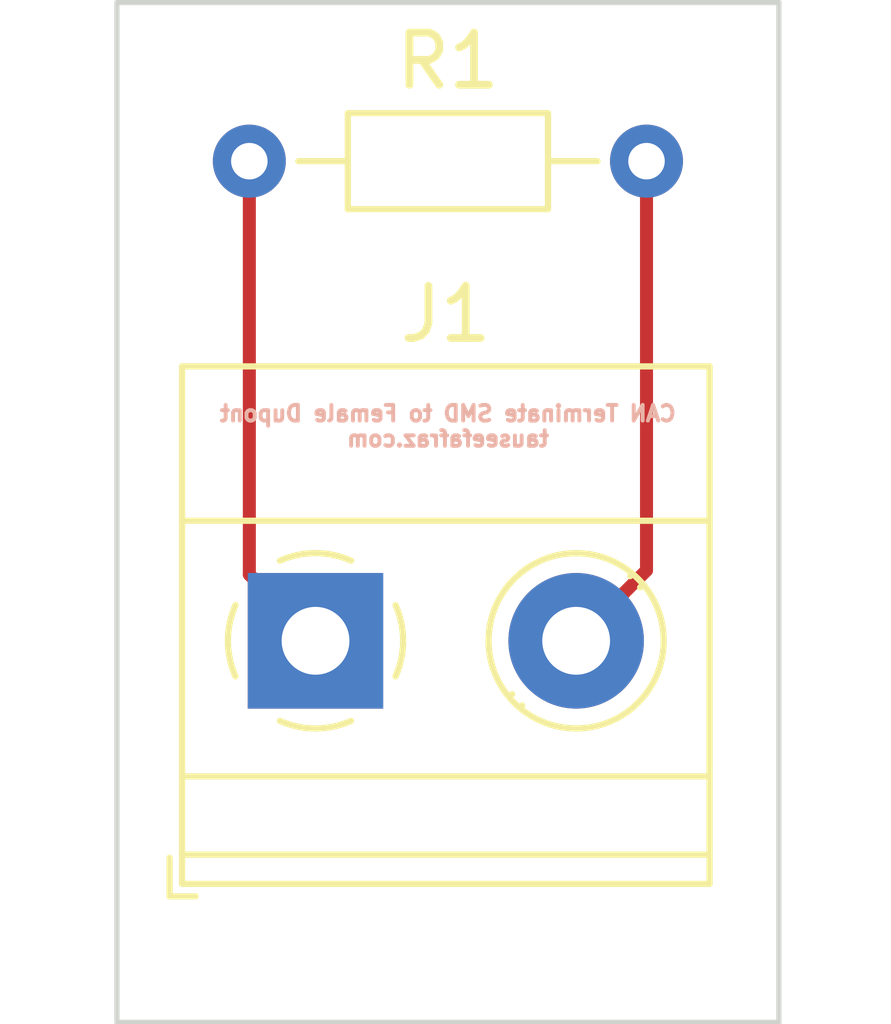
<source format=kicad_pcb>
(kicad_pcb (version 20221018) (generator pcbnew)
  (layers (0 "F.Cu" signal) (31 "B.Cu" signal) (34 "B.Paste" user) (35 "F.Paste" user) (36 "B.SilkS" user "B.Silkscreen") (37 "F.SilkS" user "F.Silkscreen") (38 "B.Mask" user) (39 "F.Mask" user) (44 "Edge.Cuts" user))
  (net 0 "")
  (net 1 "Net-(J1-Pin_1)")
  (net 2 "Net-(J1-Pin_2)")
  (footprint "Resistor_THT:R_Axial_DIN0204_L3.6mm_D1.6mm_P7.62mm_Horizontal" (layer "F.Cu") (at 125.73 82.55)
    (fp_text reference "R1" (at 3.81 -1.92) (layer "F.SilkS"))
    (fp_text value "R")
    (fp_line (start 0.94 0) (end 1.89 0) (stroke (width 0.12)) (layer "F.SilkS"))
    (fp_line (start 1.89 -0.92) (end 1.89 0.92) (stroke (width 0.12)) (layer "F.SilkS"))
    (fp_line (start 1.89 0.92) (end 5.73 0.92) (stroke (width 0.12)) (layer "F.SilkS"))
    (fp_line (start 5.73 -0.92) (end 1.89 -0.92) (stroke (width 0.12)) (layer "F.SilkS"))
    (fp_line (start 5.73 0.92) (end 5.73 -0.92) (stroke (width 0.12)) (layer "F.SilkS"))
    (fp_line (start 6.68 0) (end 5.73 0) (stroke (width 0.12)) (layer "F.SilkS"))
    (pad "1" thru_hole circle (at 0 0) (size 1.4 1.4) (drill 0.7) (layers "*.Cu" "*.Mask") (net 1 "Net-(J1-Pin_1)"))
    (pad "2" thru_hole oval (at 7.62 0) (size 1.4 1.4) (drill 0.7) (layers "*.Cu" "*.Mask") (net 2 "Net-(J1-Pin_2)"))
  )
  (footprint "TerminalBlock_Phoenix:TerminalBlock_Phoenix_MKDS-1,5-2_1x02_P5.00mm_Horizontal" (layer "F.Cu") (at 127 91.745)
    (fp_text reference "J1" (at 2.5 -6.26) (layer "F.SilkS"))
    (fp_text value "Screw_Terminal_01x02")
    (fp_line (start -2.8 4.16) (end -2.8 4.9) (stroke (width 0.12)) (layer "F.SilkS"))
    (fp_line (start -2.8 4.9) (end -2.3 4.9) (stroke (width 0.12)) (layer "F.SilkS"))
    (fp_line (start -2.56 -5.261) (end -2.56 4.66) (stroke (width 0.12)) (layer "F.SilkS"))
    (fp_line (start -2.56 -5.261) (end 7.56 -5.261) (stroke (width 0.12)) (layer "F.SilkS"))
    (fp_line (start -2.56 -2.301) (end 7.56 -2.301) (stroke (width 0.12)) (layer "F.SilkS"))
    (fp_line (start -2.56 2.6) (end 7.56 2.6) (stroke (width 0.12)) (layer "F.SilkS"))
    (fp_line (start -2.56 4.1) (end 7.56 4.1) (stroke (width 0.12)) (layer "F.SilkS"))
    (fp_line (start -2.56 4.66) (end 7.56 4.66) (stroke (width 0.12)) (layer "F.SilkS"))
    (fp_line (start 3.773 1.023) (end 3.726 1.069) (stroke (width 0.12)) (layer "F.SilkS"))
    (fp_line (start 3.966 1.239) (end 3.931 1.274) (stroke (width 0.12)) (layer "F.SilkS"))
    (fp_line (start 6.07 -1.275) (end 6.035 -1.239) (stroke (width 0.12)) (layer "F.SilkS"))
    (fp_line (start 6.275 -1.069) (end 6.228 -1.023) (stroke (width 0.12)) (layer "F.SilkS"))
    (fp_line (start 7.56 -5.261) (end 7.56 4.66) (stroke (width 0.12)) (layer "F.SilkS"))
    (fp_arc (start -1.535427 0.683042) (mid -1.680501 -0.000524) (end -1.535 -0.684) (stroke (width 0.12)) (layer "F.SilkS"))
    (fp_arc (start -0.683042 -1.535427) (mid 0.000524 -1.680501) (end 0.684 -1.535) (stroke (width 0.12)) (layer "F.SilkS"))
    (fp_arc (start 0.028805 1.680253) (mid -0.335551 1.646659) (end -0.684 1.535) (stroke (width 0.12)) (layer "F.SilkS"))
    (fp_arc (start 0.683318 1.534756) (mid 0.349292 1.643288) (end 0 1.68) (stroke (width 0.12)) (layer "F.SilkS"))
    (fp_arc (start 1.535427 -0.683042) (mid 1.680501 0.000524) (end 1.535 0.684) (stroke (width 0.12)) (layer "F.SilkS"))
    (fp_circle (center 5 0) (end 6.68 0) (stroke (width 0.12)) (fill none) (layer "F.SilkS"))
    (pad "1" thru_hole rect (at 0 0) (size 2.6 2.6) (drill 1.3) (layers "*.Cu" "*.Mask") (net 1 "Net-(J1-Pin_1)"))
    (pad "2" thru_hole circle (at 5 0) (size 2.6 2.6) (drill 1.3) (layers "*.Cu" "*.Mask") (net 2 "Net-(J1-Pin_2)"))
  )
  (gr_line (start 123.19 99.06) (end 123.19 79.51) (stroke (width 0.1)) (layer "Edge.Cuts"))
  (gr_line (start 135.89 99.06) (end 123.19 99.06) (stroke (width 0.1)) (layer "Edge.Cuts"))
  (gr_line (start 135.89 79.51) (end 135.89 99.06) (stroke (width 0.1)) (layer "Edge.Cuts"))
  (gr_line (start 123.19 79.51) (end 135.89 79.51) (stroke (width 0.1)) (layer "Edge.Cuts"))
  (gr_text "CAN Terminate SMD to Female Dupont\ntauseefafraz.com" (at 129.54 87.63) (layer "B.SilkS") (effects (font (size 0.3 0.3) (thickness 0.075) bold) (justify mirror)))
  (segment (start 125.73 82.55) (end 125.73 90.475) (width 0.25) (layer "F.Cu") (net 1))
  (segment (start 125.73 90.475) (end 127 91.745) (width 0.25) (layer "F.Cu") (net 1))
  (segment (start 133.35 82.55) (end 133.35 90.395) (width 0.25) (layer "F.Cu") (net 2))
  (segment (start 133.35 90.395) (end 132 91.745) (width 0.25) (layer "F.Cu") (net 2))
)
</source>
